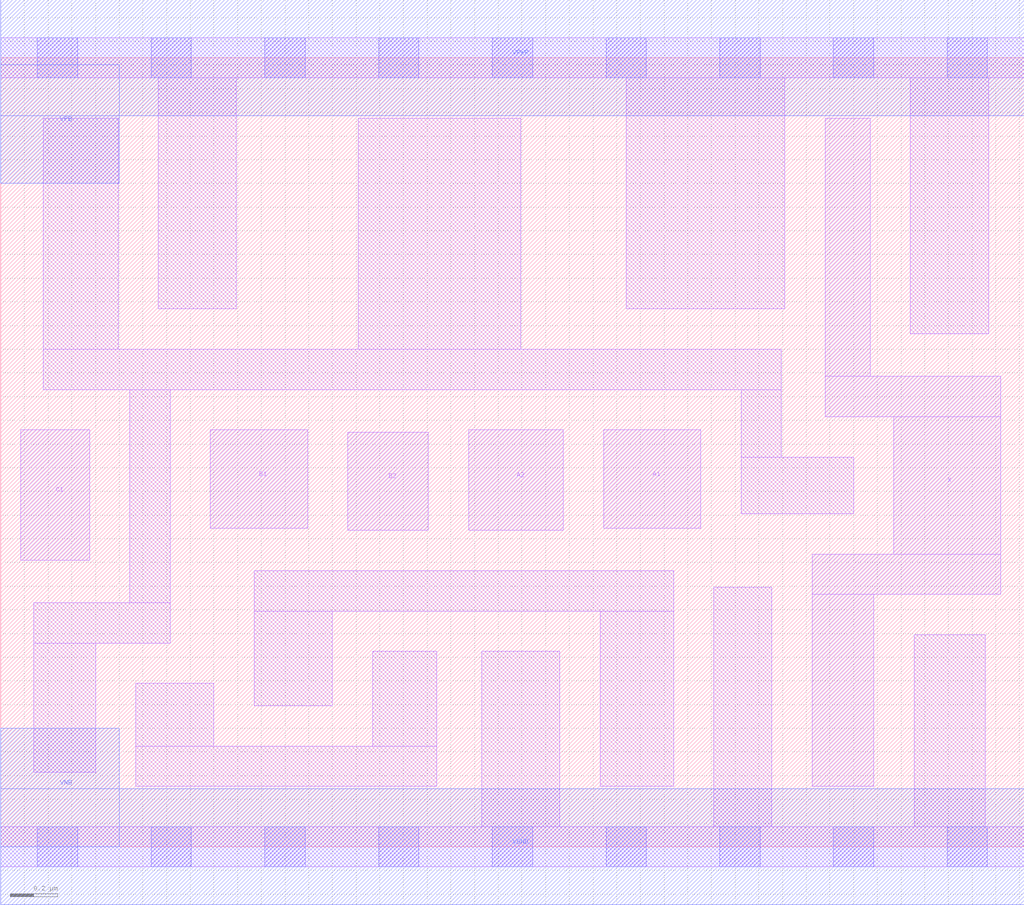
<source format=lef>
# Copyright 2020 The SkyWater PDK Authors
#
# Licensed under the Apache License, Version 2.0 (the "License");
# you may not use this file except in compliance with the License.
# You may obtain a copy of the License at
#
#     https://www.apache.org/licenses/LICENSE-2.0
#
# Unless required by applicable law or agreed to in writing, software
# distributed under the License is distributed on an "AS IS" BASIS,
# WITHOUT WARRANTIES OR CONDITIONS OF ANY KIND, either express or implied.
# See the License for the specific language governing permissions and
# limitations under the License.
#
# SPDX-License-Identifier: Apache-2.0

VERSION 5.5 ;
NAMESCASESENSITIVE ON ;
BUSBITCHARS "[]" ;
DIVIDERCHAR "/" ;
MACRO sky130_fd_sc_lp__o221a_2
  CLASS CORE ;
  SOURCE USER ;
  ORIGIN  0.000000  0.000000 ;
  SIZE  4.320000 BY  3.330000 ;
  SYMMETRY X Y R90 ;
  SITE unit ;
  PIN A1
    ANTENNAGATEAREA  0.315000 ;
    DIRECTION INPUT ;
    USE SIGNAL ;
    PORT
      LAYER li1 ;
        RECT 2.545000 1.345000 2.955000 1.760000 ;
    END
  END A1
  PIN A2
    ANTENNAGATEAREA  0.315000 ;
    DIRECTION INPUT ;
    USE SIGNAL ;
    PORT
      LAYER li1 ;
        RECT 1.975000 1.335000 2.375000 1.760000 ;
    END
  END A2
  PIN B1
    ANTENNAGATEAREA  0.315000 ;
    DIRECTION INPUT ;
    USE SIGNAL ;
    PORT
      LAYER li1 ;
        RECT 0.885000 1.345000 1.295000 1.760000 ;
    END
  END B1
  PIN B2
    ANTENNAGATEAREA  0.315000 ;
    DIRECTION INPUT ;
    USE SIGNAL ;
    PORT
      LAYER li1 ;
        RECT 1.465000 1.335000 1.805000 1.750000 ;
    END
  END B2
  PIN C1
    ANTENNAGATEAREA  0.315000 ;
    DIRECTION INPUT ;
    USE SIGNAL ;
    PORT
      LAYER li1 ;
        RECT 0.085000 1.210000 0.375000 1.760000 ;
    END
  END C1
  PIN X
    ANTENNADIFFAREA  0.588000 ;
    DIRECTION OUTPUT ;
    USE SIGNAL ;
    PORT
      LAYER li1 ;
        RECT 3.425000 0.255000 3.685000 1.065000 ;
        RECT 3.425000 1.065000 4.220000 1.235000 ;
        RECT 3.480000 1.815000 4.220000 1.985000 ;
        RECT 3.480000 1.985000 3.670000 3.075000 ;
        RECT 3.770000 1.235000 4.220000 1.815000 ;
    END
  END X
  PIN VGND
    DIRECTION INOUT ;
    USE GROUND ;
    PORT
      LAYER met1 ;
        RECT 0.000000 -0.245000 4.320000 0.245000 ;
    END
  END VGND
  PIN VNB
    DIRECTION INOUT ;
    USE GROUND ;
    PORT
      LAYER met1 ;
        RECT 0.000000 0.000000 0.500000 0.500000 ;
    END
  END VNB
  PIN VPB
    DIRECTION INOUT ;
    USE POWER ;
    PORT
      LAYER met1 ;
        RECT 0.000000 2.800000 0.500000 3.300000 ;
    END
  END VPB
  PIN VPWR
    DIRECTION INOUT ;
    USE POWER ;
    PORT
      LAYER met1 ;
        RECT 0.000000 3.085000 4.320000 3.575000 ;
    END
  END VPWR
  OBS
    LAYER li1 ;
      RECT 0.000000 -0.085000 4.320000 0.085000 ;
      RECT 0.000000  3.245000 4.320000 3.415000 ;
      RECT 0.140000  0.315000 0.400000 0.860000 ;
      RECT 0.140000  0.860000 0.715000 1.030000 ;
      RECT 0.180000  1.930000 3.295000 2.100000 ;
      RECT 0.180000  2.100000 0.495000 3.075000 ;
      RECT 0.545000  1.030000 0.715000 1.930000 ;
      RECT 0.570000  0.255000 1.840000 0.425000 ;
      RECT 0.570000  0.425000 0.900000 0.690000 ;
      RECT 0.665000  2.270000 0.995000 3.245000 ;
      RECT 1.070000  0.595000 1.400000 0.995000 ;
      RECT 1.070000  0.995000 2.840000 1.165000 ;
      RECT 1.510000  2.100000 2.195000 3.075000 ;
      RECT 1.570000  0.425000 1.840000 0.825000 ;
      RECT 2.030000  0.085000 2.360000 0.825000 ;
      RECT 2.530000  0.255000 2.840000 0.995000 ;
      RECT 2.640000  2.270000 3.310000 3.245000 ;
      RECT 3.010000  0.085000 3.255000 1.095000 ;
      RECT 3.125000  1.405000 3.600000 1.645000 ;
      RECT 3.125000  1.645000 3.295000 1.930000 ;
      RECT 3.840000  2.165000 4.170000 3.245000 ;
      RECT 3.855000  0.085000 4.155000 0.895000 ;
    LAYER mcon ;
      RECT 0.155000 -0.085000 0.325000 0.085000 ;
      RECT 0.155000  3.245000 0.325000 3.415000 ;
      RECT 0.635000 -0.085000 0.805000 0.085000 ;
      RECT 0.635000  3.245000 0.805000 3.415000 ;
      RECT 1.115000 -0.085000 1.285000 0.085000 ;
      RECT 1.115000  3.245000 1.285000 3.415000 ;
      RECT 1.595000 -0.085000 1.765000 0.085000 ;
      RECT 1.595000  3.245000 1.765000 3.415000 ;
      RECT 2.075000 -0.085000 2.245000 0.085000 ;
      RECT 2.075000  3.245000 2.245000 3.415000 ;
      RECT 2.555000 -0.085000 2.725000 0.085000 ;
      RECT 2.555000  3.245000 2.725000 3.415000 ;
      RECT 3.035000 -0.085000 3.205000 0.085000 ;
      RECT 3.035000  3.245000 3.205000 3.415000 ;
      RECT 3.515000 -0.085000 3.685000 0.085000 ;
      RECT 3.515000  3.245000 3.685000 3.415000 ;
      RECT 3.995000 -0.085000 4.165000 0.085000 ;
      RECT 3.995000  3.245000 4.165000 3.415000 ;
  END
END sky130_fd_sc_lp__o221a_2

</source>
